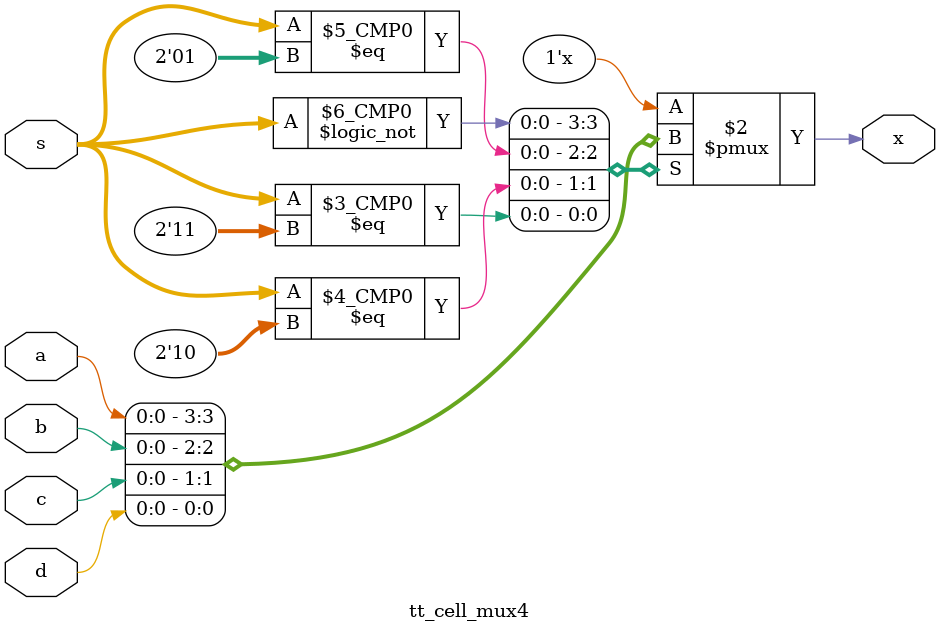
<source format=v>
/*
 * tt_cell_mux4.v
 *
 * Mux4 basic cell
 *
 * Author: Sylvain Munaut <tnt@246tNt.com>
 */

`default_nettype none

module tt_cell_mux4 (
	input  wire a,
	input  wire b,
	input  wire c,
	input  wire d,
	output reg  x,
	input  wire [1:0] s
);

	always @(*)
		case (s)
			2'b00:   x = a;
			2'b01:   x = b;
			2'b10:   x = c;
			2'b11:   x = d;
			default: x = 1'bx;
		endcase

endmodule // tt_cell_mux4

</source>
